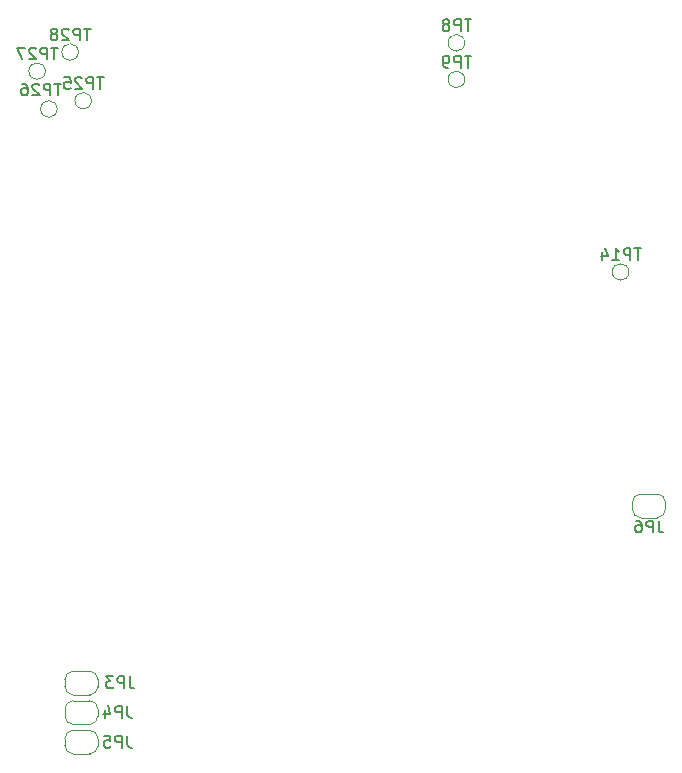
<source format=gbr>
%TF.GenerationSoftware,KiCad,Pcbnew,8.0.6*%
%TF.CreationDate,2025-01-23T19:41:03-07:00*%
%TF.ProjectId,UAM,55414d2e-6b69-4636-9164-5f7063625858,rev?*%
%TF.SameCoordinates,Original*%
%TF.FileFunction,Legend,Bot*%
%TF.FilePolarity,Positive*%
%FSLAX46Y46*%
G04 Gerber Fmt 4.6, Leading zero omitted, Abs format (unit mm)*
G04 Created by KiCad (PCBNEW 8.0.6) date 2025-01-23 19:41:03*
%MOMM*%
%LPD*%
G01*
G04 APERTURE LIST*
G04 Aperture macros list*
%AMHorizOval*
0 Thick line with rounded ends*
0 $1 width*
0 $2 $3 position (X,Y) of the first rounded end (center of the circle)*
0 $4 $5 position (X,Y) of the second rounded end (center of the circle)*
0 Add line between two ends*
20,1,$1,$2,$3,$4,$5,0*
0 Add two circle primitives to create the rounded ends*
1,1,$1,$2,$3*
1,1,$1,$4,$5*%
%AMFreePoly0*
4,1,19,0.000000,0.744911,0.071157,0.744911,0.207708,0.704816,0.327430,0.627875,0.420627,0.520320,0.479746,0.390866,0.500000,0.250000,0.500000,-0.250000,0.479746,-0.390866,0.420627,-0.520320,0.327430,-0.627875,0.207708,-0.704816,0.071157,-0.744911,0.000000,-0.744911,0.000000,-0.750000,-0.500000,-0.750000,-0.500000,0.750000,0.000000,0.750000,0.000000,0.744911,0.000000,0.744911,
$1*%
%AMFreePoly1*
4,1,19,0.500000,-0.750000,0.000000,-0.750000,0.000000,-0.744911,-0.071157,-0.744911,-0.207708,-0.704816,-0.327430,-0.627875,-0.420627,-0.520320,-0.479746,-0.390866,-0.500000,-0.250000,-0.500000,0.250000,-0.479746,0.390866,-0.420627,0.520320,-0.327430,0.627875,-0.207708,0.704816,-0.071157,0.744911,0.000000,0.744911,0.000000,0.750000,0.500000,0.750000,0.500000,-0.750000,0.500000,-0.750000,
$1*%
G04 Aperture macros list end*
%ADD10C,0.154000*%
%ADD11C,0.150000*%
%ADD12C,0.120000*%
%ADD13C,2.700000*%
%ADD14O,1.000000X1.000000*%
%ADD15R,1.000000X1.000000*%
%ADD16C,1.600000*%
%ADD17R,1.600000X1.600000*%
%ADD18C,2.000000*%
%ADD19R,2.000000X2.000000*%
%ADD20HorizOval,0.900000X-0.175000X-0.303109X0.175000X0.303109X0*%
%ADD21C,1.905000*%
%ADD22C,1.000000*%
%ADD23FreePoly0,180.000000*%
%ADD24FreePoly1,180.000000*%
%ADD25FreePoly0,0.000000*%
%ADD26FreePoly1,0.000000*%
G04 APERTURE END LIST*
D10*
X90586040Y-37892148D02*
X90014612Y-37892148D01*
X90300326Y-38908148D02*
X90300326Y-37892148D01*
X89681278Y-38908148D02*
X89681278Y-37892148D01*
X89681278Y-37892148D02*
X89300326Y-37892148D01*
X89300326Y-37892148D02*
X89205088Y-37940529D01*
X89205088Y-37940529D02*
X89157469Y-37988910D01*
X89157469Y-37988910D02*
X89109850Y-38085672D01*
X89109850Y-38085672D02*
X89109850Y-38230815D01*
X89109850Y-38230815D02*
X89157469Y-38327577D01*
X89157469Y-38327577D02*
X89205088Y-38375958D01*
X89205088Y-38375958D02*
X89300326Y-38424339D01*
X89300326Y-38424339D02*
X89681278Y-38424339D01*
X88538421Y-38327577D02*
X88633659Y-38279196D01*
X88633659Y-38279196D02*
X88681278Y-38230815D01*
X88681278Y-38230815D02*
X88728897Y-38134053D01*
X88728897Y-38134053D02*
X88728897Y-38085672D01*
X88728897Y-38085672D02*
X88681278Y-37988910D01*
X88681278Y-37988910D02*
X88633659Y-37940529D01*
X88633659Y-37940529D02*
X88538421Y-37892148D01*
X88538421Y-37892148D02*
X88347945Y-37892148D01*
X88347945Y-37892148D02*
X88252707Y-37940529D01*
X88252707Y-37940529D02*
X88205088Y-37988910D01*
X88205088Y-37988910D02*
X88157469Y-38085672D01*
X88157469Y-38085672D02*
X88157469Y-38134053D01*
X88157469Y-38134053D02*
X88205088Y-38230815D01*
X88205088Y-38230815D02*
X88252707Y-38279196D01*
X88252707Y-38279196D02*
X88347945Y-38327577D01*
X88347945Y-38327577D02*
X88538421Y-38327577D01*
X88538421Y-38327577D02*
X88633659Y-38375958D01*
X88633659Y-38375958D02*
X88681278Y-38424339D01*
X88681278Y-38424339D02*
X88728897Y-38521101D01*
X88728897Y-38521101D02*
X88728897Y-38714625D01*
X88728897Y-38714625D02*
X88681278Y-38811387D01*
X88681278Y-38811387D02*
X88633659Y-38859768D01*
X88633659Y-38859768D02*
X88538421Y-38908148D01*
X88538421Y-38908148D02*
X88347945Y-38908148D01*
X88347945Y-38908148D02*
X88252707Y-38859768D01*
X88252707Y-38859768D02*
X88205088Y-38811387D01*
X88205088Y-38811387D02*
X88157469Y-38714625D01*
X88157469Y-38714625D02*
X88157469Y-38521101D01*
X88157469Y-38521101D02*
X88205088Y-38424339D01*
X88205088Y-38424339D02*
X88252707Y-38375958D01*
X88252707Y-38375958D02*
X88347945Y-38327577D01*
X104962230Y-57292148D02*
X104390802Y-57292148D01*
X104676516Y-58308148D02*
X104676516Y-57292148D01*
X104057468Y-58308148D02*
X104057468Y-57292148D01*
X104057468Y-57292148D02*
X103676516Y-57292148D01*
X103676516Y-57292148D02*
X103581278Y-57340529D01*
X103581278Y-57340529D02*
X103533659Y-57388910D01*
X103533659Y-57388910D02*
X103486040Y-57485672D01*
X103486040Y-57485672D02*
X103486040Y-57630815D01*
X103486040Y-57630815D02*
X103533659Y-57727577D01*
X103533659Y-57727577D02*
X103581278Y-57775958D01*
X103581278Y-57775958D02*
X103676516Y-57824339D01*
X103676516Y-57824339D02*
X104057468Y-57824339D01*
X102533659Y-58308148D02*
X103105087Y-58308148D01*
X102819373Y-58308148D02*
X102819373Y-57292148D01*
X102819373Y-57292148D02*
X102914611Y-57437291D01*
X102914611Y-57437291D02*
X103009849Y-57534053D01*
X103009849Y-57534053D02*
X103105087Y-57582434D01*
X101676516Y-57630815D02*
X101676516Y-58308148D01*
X101914611Y-57243768D02*
X102152706Y-57969482D01*
X102152706Y-57969482D02*
X101533659Y-57969482D01*
D11*
X58352230Y-38680955D02*
X57780802Y-38680955D01*
X58066516Y-39680955D02*
X58066516Y-38680955D01*
X57447468Y-39680955D02*
X57447468Y-38680955D01*
X57447468Y-38680955D02*
X57066516Y-38680955D01*
X57066516Y-38680955D02*
X56971278Y-38728574D01*
X56971278Y-38728574D02*
X56923659Y-38776193D01*
X56923659Y-38776193D02*
X56876040Y-38871431D01*
X56876040Y-38871431D02*
X56876040Y-39014288D01*
X56876040Y-39014288D02*
X56923659Y-39109526D01*
X56923659Y-39109526D02*
X56971278Y-39157145D01*
X56971278Y-39157145D02*
X57066516Y-39204764D01*
X57066516Y-39204764D02*
X57447468Y-39204764D01*
X56495087Y-38776193D02*
X56447468Y-38728574D01*
X56447468Y-38728574D02*
X56352230Y-38680955D01*
X56352230Y-38680955D02*
X56114135Y-38680955D01*
X56114135Y-38680955D02*
X56018897Y-38728574D01*
X56018897Y-38728574D02*
X55971278Y-38776193D01*
X55971278Y-38776193D02*
X55923659Y-38871431D01*
X55923659Y-38871431D02*
X55923659Y-38966669D01*
X55923659Y-38966669D02*
X55971278Y-39109526D01*
X55971278Y-39109526D02*
X56542706Y-39680955D01*
X56542706Y-39680955D02*
X55923659Y-39680955D01*
X55352230Y-39109526D02*
X55447468Y-39061907D01*
X55447468Y-39061907D02*
X55495087Y-39014288D01*
X55495087Y-39014288D02*
X55542706Y-38919050D01*
X55542706Y-38919050D02*
X55542706Y-38871431D01*
X55542706Y-38871431D02*
X55495087Y-38776193D01*
X55495087Y-38776193D02*
X55447468Y-38728574D01*
X55447468Y-38728574D02*
X55352230Y-38680955D01*
X55352230Y-38680955D02*
X55161754Y-38680955D01*
X55161754Y-38680955D02*
X55066516Y-38728574D01*
X55066516Y-38728574D02*
X55018897Y-38776193D01*
X55018897Y-38776193D02*
X54971278Y-38871431D01*
X54971278Y-38871431D02*
X54971278Y-38919050D01*
X54971278Y-38919050D02*
X55018897Y-39014288D01*
X55018897Y-39014288D02*
X55066516Y-39061907D01*
X55066516Y-39061907D02*
X55161754Y-39109526D01*
X55161754Y-39109526D02*
X55352230Y-39109526D01*
X55352230Y-39109526D02*
X55447468Y-39157145D01*
X55447468Y-39157145D02*
X55495087Y-39204764D01*
X55495087Y-39204764D02*
X55542706Y-39300002D01*
X55542706Y-39300002D02*
X55542706Y-39490478D01*
X55542706Y-39490478D02*
X55495087Y-39585716D01*
X55495087Y-39585716D02*
X55447468Y-39633336D01*
X55447468Y-39633336D02*
X55352230Y-39680955D01*
X55352230Y-39680955D02*
X55161754Y-39680955D01*
X55161754Y-39680955D02*
X55066516Y-39633336D01*
X55066516Y-39633336D02*
X55018897Y-39585716D01*
X55018897Y-39585716D02*
X54971278Y-39490478D01*
X54971278Y-39490478D02*
X54971278Y-39300002D01*
X54971278Y-39300002D02*
X55018897Y-39204764D01*
X55018897Y-39204764D02*
X55066516Y-39157145D01*
X55066516Y-39157145D02*
X55161754Y-39109526D01*
D10*
X61657469Y-93540148D02*
X61657469Y-94265863D01*
X61657469Y-94265863D02*
X61705088Y-94411006D01*
X61705088Y-94411006D02*
X61800326Y-94507768D01*
X61800326Y-94507768D02*
X61943183Y-94556148D01*
X61943183Y-94556148D02*
X62038421Y-94556148D01*
X61181278Y-94556148D02*
X61181278Y-93540148D01*
X61181278Y-93540148D02*
X60800326Y-93540148D01*
X60800326Y-93540148D02*
X60705088Y-93588529D01*
X60705088Y-93588529D02*
X60657469Y-93636910D01*
X60657469Y-93636910D02*
X60609850Y-93733672D01*
X60609850Y-93733672D02*
X60609850Y-93878815D01*
X60609850Y-93878815D02*
X60657469Y-93975577D01*
X60657469Y-93975577D02*
X60705088Y-94023958D01*
X60705088Y-94023958D02*
X60800326Y-94072339D01*
X60800326Y-94072339D02*
X61181278Y-94072339D01*
X60276516Y-93540148D02*
X59657469Y-93540148D01*
X59657469Y-93540148D02*
X59990802Y-93927196D01*
X59990802Y-93927196D02*
X59847945Y-93927196D01*
X59847945Y-93927196D02*
X59752707Y-93975577D01*
X59752707Y-93975577D02*
X59705088Y-94023958D01*
X59705088Y-94023958D02*
X59657469Y-94120720D01*
X59657469Y-94120720D02*
X59657469Y-94362625D01*
X59657469Y-94362625D02*
X59705088Y-94459387D01*
X59705088Y-94459387D02*
X59752707Y-94507768D01*
X59752707Y-94507768D02*
X59847945Y-94556148D01*
X59847945Y-94556148D02*
X60133659Y-94556148D01*
X60133659Y-94556148D02*
X60228897Y-94507768D01*
X60228897Y-94507768D02*
X60276516Y-94459387D01*
X61457469Y-96040148D02*
X61457469Y-96765863D01*
X61457469Y-96765863D02*
X61505088Y-96911006D01*
X61505088Y-96911006D02*
X61600326Y-97007768D01*
X61600326Y-97007768D02*
X61743183Y-97056148D01*
X61743183Y-97056148D02*
X61838421Y-97056148D01*
X60981278Y-97056148D02*
X60981278Y-96040148D01*
X60981278Y-96040148D02*
X60600326Y-96040148D01*
X60600326Y-96040148D02*
X60505088Y-96088529D01*
X60505088Y-96088529D02*
X60457469Y-96136910D01*
X60457469Y-96136910D02*
X60409850Y-96233672D01*
X60409850Y-96233672D02*
X60409850Y-96378815D01*
X60409850Y-96378815D02*
X60457469Y-96475577D01*
X60457469Y-96475577D02*
X60505088Y-96523958D01*
X60505088Y-96523958D02*
X60600326Y-96572339D01*
X60600326Y-96572339D02*
X60981278Y-96572339D01*
X59552707Y-96378815D02*
X59552707Y-97056148D01*
X59790802Y-95991768D02*
X60028897Y-96717482D01*
X60028897Y-96717482D02*
X59409850Y-96717482D01*
X61457469Y-98540148D02*
X61457469Y-99265863D01*
X61457469Y-99265863D02*
X61505088Y-99411006D01*
X61505088Y-99411006D02*
X61600326Y-99507768D01*
X61600326Y-99507768D02*
X61743183Y-99556148D01*
X61743183Y-99556148D02*
X61838421Y-99556148D01*
X60981278Y-99556148D02*
X60981278Y-98540148D01*
X60981278Y-98540148D02*
X60600326Y-98540148D01*
X60600326Y-98540148D02*
X60505088Y-98588529D01*
X60505088Y-98588529D02*
X60457469Y-98636910D01*
X60457469Y-98636910D02*
X60409850Y-98733672D01*
X60409850Y-98733672D02*
X60409850Y-98878815D01*
X60409850Y-98878815D02*
X60457469Y-98975577D01*
X60457469Y-98975577D02*
X60505088Y-99023958D01*
X60505088Y-99023958D02*
X60600326Y-99072339D01*
X60600326Y-99072339D02*
X60981278Y-99072339D01*
X59505088Y-98540148D02*
X59981278Y-98540148D01*
X59981278Y-98540148D02*
X60028897Y-99023958D01*
X60028897Y-99023958D02*
X59981278Y-98975577D01*
X59981278Y-98975577D02*
X59886040Y-98927196D01*
X59886040Y-98927196D02*
X59647945Y-98927196D01*
X59647945Y-98927196D02*
X59552707Y-98975577D01*
X59552707Y-98975577D02*
X59505088Y-99023958D01*
X59505088Y-99023958D02*
X59457469Y-99120720D01*
X59457469Y-99120720D02*
X59457469Y-99362625D01*
X59457469Y-99362625D02*
X59505088Y-99459387D01*
X59505088Y-99459387D02*
X59552707Y-99507768D01*
X59552707Y-99507768D02*
X59647945Y-99556148D01*
X59647945Y-99556148D02*
X59886040Y-99556148D01*
X59886040Y-99556148D02*
X59981278Y-99507768D01*
X59981278Y-99507768D02*
X60028897Y-99459387D01*
D11*
X55562230Y-40300955D02*
X54990802Y-40300955D01*
X55276516Y-41300955D02*
X55276516Y-40300955D01*
X54657468Y-41300955D02*
X54657468Y-40300955D01*
X54657468Y-40300955D02*
X54276516Y-40300955D01*
X54276516Y-40300955D02*
X54181278Y-40348574D01*
X54181278Y-40348574D02*
X54133659Y-40396193D01*
X54133659Y-40396193D02*
X54086040Y-40491431D01*
X54086040Y-40491431D02*
X54086040Y-40634288D01*
X54086040Y-40634288D02*
X54133659Y-40729526D01*
X54133659Y-40729526D02*
X54181278Y-40777145D01*
X54181278Y-40777145D02*
X54276516Y-40824764D01*
X54276516Y-40824764D02*
X54657468Y-40824764D01*
X53705087Y-40396193D02*
X53657468Y-40348574D01*
X53657468Y-40348574D02*
X53562230Y-40300955D01*
X53562230Y-40300955D02*
X53324135Y-40300955D01*
X53324135Y-40300955D02*
X53228897Y-40348574D01*
X53228897Y-40348574D02*
X53181278Y-40396193D01*
X53181278Y-40396193D02*
X53133659Y-40491431D01*
X53133659Y-40491431D02*
X53133659Y-40586669D01*
X53133659Y-40586669D02*
X53181278Y-40729526D01*
X53181278Y-40729526D02*
X53752706Y-41300955D01*
X53752706Y-41300955D02*
X53133659Y-41300955D01*
X52800325Y-40300955D02*
X52133659Y-40300955D01*
X52133659Y-40300955D02*
X52562230Y-41300955D01*
D10*
X106457469Y-80348747D02*
X106457469Y-81063032D01*
X106457469Y-81063032D02*
X106505088Y-81205889D01*
X106505088Y-81205889D02*
X106600326Y-81301128D01*
X106600326Y-81301128D02*
X106743183Y-81348747D01*
X106743183Y-81348747D02*
X106838421Y-81348747D01*
X105981278Y-81348747D02*
X105981278Y-80348747D01*
X105981278Y-80348747D02*
X105600326Y-80348747D01*
X105600326Y-80348747D02*
X105505088Y-80396366D01*
X105505088Y-80396366D02*
X105457469Y-80443985D01*
X105457469Y-80443985D02*
X105409850Y-80539223D01*
X105409850Y-80539223D02*
X105409850Y-80682080D01*
X105409850Y-80682080D02*
X105457469Y-80777318D01*
X105457469Y-80777318D02*
X105505088Y-80824937D01*
X105505088Y-80824937D02*
X105600326Y-80872556D01*
X105600326Y-80872556D02*
X105981278Y-80872556D01*
X104552707Y-80348747D02*
X104743183Y-80348747D01*
X104743183Y-80348747D02*
X104838421Y-80396366D01*
X104838421Y-80396366D02*
X104886040Y-80443985D01*
X104886040Y-80443985D02*
X104981278Y-80586842D01*
X104981278Y-80586842D02*
X105028897Y-80777318D01*
X105028897Y-80777318D02*
X105028897Y-81158270D01*
X105028897Y-81158270D02*
X104981278Y-81253508D01*
X104981278Y-81253508D02*
X104933659Y-81301128D01*
X104933659Y-81301128D02*
X104838421Y-81348747D01*
X104838421Y-81348747D02*
X104647945Y-81348747D01*
X104647945Y-81348747D02*
X104552707Y-81301128D01*
X104552707Y-81301128D02*
X104505088Y-81253508D01*
X104505088Y-81253508D02*
X104457469Y-81158270D01*
X104457469Y-81158270D02*
X104457469Y-80920175D01*
X104457469Y-80920175D02*
X104505088Y-80824937D01*
X104505088Y-80824937D02*
X104552707Y-80777318D01*
X104552707Y-80777318D02*
X104647945Y-80729699D01*
X104647945Y-80729699D02*
X104838421Y-80729699D01*
X104838421Y-80729699D02*
X104933659Y-80777318D01*
X104933659Y-80777318D02*
X104981278Y-80824937D01*
X104981278Y-80824937D02*
X105028897Y-80920175D01*
X90586040Y-40992148D02*
X90014612Y-40992148D01*
X90300326Y-42008148D02*
X90300326Y-40992148D01*
X89681278Y-42008148D02*
X89681278Y-40992148D01*
X89681278Y-40992148D02*
X89300326Y-40992148D01*
X89300326Y-40992148D02*
X89205088Y-41040529D01*
X89205088Y-41040529D02*
X89157469Y-41088910D01*
X89157469Y-41088910D02*
X89109850Y-41185672D01*
X89109850Y-41185672D02*
X89109850Y-41330815D01*
X89109850Y-41330815D02*
X89157469Y-41427577D01*
X89157469Y-41427577D02*
X89205088Y-41475958D01*
X89205088Y-41475958D02*
X89300326Y-41524339D01*
X89300326Y-41524339D02*
X89681278Y-41524339D01*
X88633659Y-42008148D02*
X88443183Y-42008148D01*
X88443183Y-42008148D02*
X88347945Y-41959768D01*
X88347945Y-41959768D02*
X88300326Y-41911387D01*
X88300326Y-41911387D02*
X88205088Y-41766244D01*
X88205088Y-41766244D02*
X88157469Y-41572720D01*
X88157469Y-41572720D02*
X88157469Y-41185672D01*
X88157469Y-41185672D02*
X88205088Y-41088910D01*
X88205088Y-41088910D02*
X88252707Y-41040529D01*
X88252707Y-41040529D02*
X88347945Y-40992148D01*
X88347945Y-40992148D02*
X88538421Y-40992148D01*
X88538421Y-40992148D02*
X88633659Y-41040529D01*
X88633659Y-41040529D02*
X88681278Y-41088910D01*
X88681278Y-41088910D02*
X88728897Y-41185672D01*
X88728897Y-41185672D02*
X88728897Y-41427577D01*
X88728897Y-41427577D02*
X88681278Y-41524339D01*
X88681278Y-41524339D02*
X88633659Y-41572720D01*
X88633659Y-41572720D02*
X88538421Y-41621101D01*
X88538421Y-41621101D02*
X88347945Y-41621101D01*
X88347945Y-41621101D02*
X88252707Y-41572720D01*
X88252707Y-41572720D02*
X88205088Y-41524339D01*
X88205088Y-41524339D02*
X88157469Y-41427577D01*
D11*
X55862230Y-43348955D02*
X55290802Y-43348955D01*
X55576516Y-44348955D02*
X55576516Y-43348955D01*
X54957468Y-44348955D02*
X54957468Y-43348955D01*
X54957468Y-43348955D02*
X54576516Y-43348955D01*
X54576516Y-43348955D02*
X54481278Y-43396574D01*
X54481278Y-43396574D02*
X54433659Y-43444193D01*
X54433659Y-43444193D02*
X54386040Y-43539431D01*
X54386040Y-43539431D02*
X54386040Y-43682288D01*
X54386040Y-43682288D02*
X54433659Y-43777526D01*
X54433659Y-43777526D02*
X54481278Y-43825145D01*
X54481278Y-43825145D02*
X54576516Y-43872764D01*
X54576516Y-43872764D02*
X54957468Y-43872764D01*
X54005087Y-43444193D02*
X53957468Y-43396574D01*
X53957468Y-43396574D02*
X53862230Y-43348955D01*
X53862230Y-43348955D02*
X53624135Y-43348955D01*
X53624135Y-43348955D02*
X53528897Y-43396574D01*
X53528897Y-43396574D02*
X53481278Y-43444193D01*
X53481278Y-43444193D02*
X53433659Y-43539431D01*
X53433659Y-43539431D02*
X53433659Y-43634669D01*
X53433659Y-43634669D02*
X53481278Y-43777526D01*
X53481278Y-43777526D02*
X54052706Y-44348955D01*
X54052706Y-44348955D02*
X53433659Y-44348955D01*
X52576516Y-43348955D02*
X52766992Y-43348955D01*
X52766992Y-43348955D02*
X52862230Y-43396574D01*
X52862230Y-43396574D02*
X52909849Y-43444193D01*
X52909849Y-43444193D02*
X53005087Y-43587050D01*
X53005087Y-43587050D02*
X53052706Y-43777526D01*
X53052706Y-43777526D02*
X53052706Y-44158478D01*
X53052706Y-44158478D02*
X53005087Y-44253716D01*
X53005087Y-44253716D02*
X52957468Y-44301336D01*
X52957468Y-44301336D02*
X52862230Y-44348955D01*
X52862230Y-44348955D02*
X52671754Y-44348955D01*
X52671754Y-44348955D02*
X52576516Y-44301336D01*
X52576516Y-44301336D02*
X52528897Y-44253716D01*
X52528897Y-44253716D02*
X52481278Y-44158478D01*
X52481278Y-44158478D02*
X52481278Y-43920383D01*
X52481278Y-43920383D02*
X52528897Y-43825145D01*
X52528897Y-43825145D02*
X52576516Y-43777526D01*
X52576516Y-43777526D02*
X52671754Y-43729907D01*
X52671754Y-43729907D02*
X52862230Y-43729907D01*
X52862230Y-43729907D02*
X52957468Y-43777526D01*
X52957468Y-43777526D02*
X53005087Y-43825145D01*
X53005087Y-43825145D02*
X53052706Y-43920383D01*
X59462230Y-42800955D02*
X58890802Y-42800955D01*
X59176516Y-43800955D02*
X59176516Y-42800955D01*
X58557468Y-43800955D02*
X58557468Y-42800955D01*
X58557468Y-42800955D02*
X58176516Y-42800955D01*
X58176516Y-42800955D02*
X58081278Y-42848574D01*
X58081278Y-42848574D02*
X58033659Y-42896193D01*
X58033659Y-42896193D02*
X57986040Y-42991431D01*
X57986040Y-42991431D02*
X57986040Y-43134288D01*
X57986040Y-43134288D02*
X58033659Y-43229526D01*
X58033659Y-43229526D02*
X58081278Y-43277145D01*
X58081278Y-43277145D02*
X58176516Y-43324764D01*
X58176516Y-43324764D02*
X58557468Y-43324764D01*
X57605087Y-42896193D02*
X57557468Y-42848574D01*
X57557468Y-42848574D02*
X57462230Y-42800955D01*
X57462230Y-42800955D02*
X57224135Y-42800955D01*
X57224135Y-42800955D02*
X57128897Y-42848574D01*
X57128897Y-42848574D02*
X57081278Y-42896193D01*
X57081278Y-42896193D02*
X57033659Y-42991431D01*
X57033659Y-42991431D02*
X57033659Y-43086669D01*
X57033659Y-43086669D02*
X57081278Y-43229526D01*
X57081278Y-43229526D02*
X57652706Y-43800955D01*
X57652706Y-43800955D02*
X57033659Y-43800955D01*
X56128897Y-42800955D02*
X56605087Y-42800955D01*
X56605087Y-42800955D02*
X56652706Y-43277145D01*
X56652706Y-43277145D02*
X56605087Y-43229526D01*
X56605087Y-43229526D02*
X56509849Y-43181907D01*
X56509849Y-43181907D02*
X56271754Y-43181907D01*
X56271754Y-43181907D02*
X56176516Y-43229526D01*
X56176516Y-43229526D02*
X56128897Y-43277145D01*
X56128897Y-43277145D02*
X56081278Y-43372383D01*
X56081278Y-43372383D02*
X56081278Y-43610478D01*
X56081278Y-43610478D02*
X56128897Y-43705716D01*
X56128897Y-43705716D02*
X56176516Y-43753336D01*
X56176516Y-43753336D02*
X56271754Y-43800955D01*
X56271754Y-43800955D02*
X56509849Y-43800955D01*
X56509849Y-43800955D02*
X56605087Y-43753336D01*
X56605087Y-43753336D02*
X56652706Y-43705716D01*
D12*
%TO.C,TP8*%
X90024136Y-39894136D02*
G75*
G02*
X88624136Y-39894136I-700000J0D01*
G01*
X88624136Y-39894136D02*
G75*
G02*
X90024136Y-39894136I700000J0D01*
G01*
%TO.C,TP14*%
X103924136Y-59294136D02*
G75*
G02*
X102524136Y-59294136I-700000J0D01*
G01*
X102524136Y-59294136D02*
G75*
G02*
X103924136Y-59294136I700000J0D01*
G01*
%TO.C,TP28*%
X57314136Y-40674136D02*
G75*
G02*
X55914136Y-40674136I-700000J0D01*
G01*
X55914136Y-40674136D02*
G75*
G02*
X57314136Y-40674136I700000J0D01*
G01*
%TO.C,JP3*%
X58974136Y-94394136D02*
G75*
G02*
X58274136Y-95094136I-699999J-1D01*
G01*
X58274136Y-93094136D02*
G75*
G02*
X58974136Y-93794136I1J-699999D01*
G01*
X56874136Y-95094136D02*
G75*
G02*
X56174136Y-94394136I0J700000D01*
G01*
X56174136Y-93794136D02*
G75*
G02*
X56874136Y-93094136I700000J0D01*
G01*
X58974136Y-93794136D02*
X58974136Y-94394136D01*
X58274136Y-95094136D02*
X56874136Y-95094136D01*
X56874136Y-93094136D02*
X58274136Y-93094136D01*
X56174136Y-94394136D02*
X56174136Y-93794136D01*
%TO.C,JP4*%
X58974136Y-96894136D02*
G75*
G02*
X58274136Y-97594136I-699999J-1D01*
G01*
X58274136Y-95594136D02*
G75*
G02*
X58974136Y-96294136I1J-699999D01*
G01*
X56874136Y-97594136D02*
G75*
G02*
X56174136Y-96894136I0J700000D01*
G01*
X56174136Y-96294136D02*
G75*
G02*
X56874136Y-95594136I700000J0D01*
G01*
X58974136Y-96294136D02*
X58974136Y-96894136D01*
X58274136Y-97594136D02*
X56874136Y-97594136D01*
X56874136Y-95594136D02*
X58274136Y-95594136D01*
X56174136Y-96894136D02*
X56174136Y-96294136D01*
%TO.C,JP5*%
X58974136Y-99394136D02*
G75*
G02*
X58274136Y-100094136I-699999J-1D01*
G01*
X58274136Y-98094136D02*
G75*
G02*
X58974136Y-98794136I1J-699999D01*
G01*
X56874136Y-100094136D02*
G75*
G02*
X56174136Y-99394136I0J700000D01*
G01*
X56174136Y-98794136D02*
G75*
G02*
X56874136Y-98094136I700000J0D01*
G01*
X58974136Y-98794136D02*
X58974136Y-99394136D01*
X58274136Y-100094136D02*
X56874136Y-100094136D01*
X56874136Y-98094136D02*
X58274136Y-98094136D01*
X56174136Y-99394136D02*
X56174136Y-98794136D01*
%TO.C,TP27*%
X54524136Y-42294136D02*
G75*
G02*
X53124136Y-42294136I-700000J0D01*
G01*
X53124136Y-42294136D02*
G75*
G02*
X54524136Y-42294136I700000J0D01*
G01*
%TO.C,JP6*%
X107024136Y-79394136D02*
G75*
G02*
X106324136Y-80094136I-700000J0D01*
G01*
X106324136Y-78094136D02*
G75*
G02*
X107024136Y-78794136I0J-700000D01*
G01*
X104924136Y-80094136D02*
G75*
G02*
X104224136Y-79394136I-1J699999D01*
G01*
X104224136Y-78794136D02*
G75*
G02*
X104924136Y-78094136I699999J1D01*
G01*
X107024136Y-78794136D02*
X107024136Y-79394136D01*
X106324136Y-80094136D02*
X104924136Y-80094136D01*
X104924136Y-78094136D02*
X106324136Y-78094136D01*
X104224136Y-79394136D02*
X104224136Y-78794136D01*
%TO.C,TP9*%
X90024136Y-42994136D02*
G75*
G02*
X88624136Y-42994136I-700000J0D01*
G01*
X88624136Y-42994136D02*
G75*
G02*
X90024136Y-42994136I700000J0D01*
G01*
%TO.C,TP26*%
X55524136Y-45494136D02*
G75*
G02*
X54124136Y-45494136I-700000J0D01*
G01*
X54124136Y-45494136D02*
G75*
G02*
X55524136Y-45494136I700000J0D01*
G01*
%TO.C,TP25*%
X58424136Y-44794136D02*
G75*
G02*
X57024136Y-44794136I-700000J0D01*
G01*
X57024136Y-44794136D02*
G75*
G02*
X58424136Y-44794136I700000J0D01*
G01*
%TD*%
%LPC*%
D13*
%TO.C,H3*%
X98624136Y-31394136D03*
%TD*%
D14*
%TO.C,J2*%
X71321636Y-18564136D03*
X71321636Y-17294136D03*
X72591636Y-18564136D03*
X72591636Y-17294136D03*
X73861636Y-18564136D03*
X73861636Y-17294136D03*
X75131636Y-18564136D03*
X75131636Y-17294136D03*
X76401636Y-18564136D03*
D15*
X76401636Y-17294136D03*
%TD*%
D16*
%TO.C,C57*%
X42724136Y-68511757D03*
D17*
X42724136Y-66011757D03*
%TD*%
D13*
%TO.C,H1*%
X59624136Y-55994136D03*
%TD*%
D18*
%TO.C,C86*%
X33924136Y-79194136D03*
D19*
X33924136Y-84194136D03*
%TD*%
D18*
%TO.C,J3*%
X30411636Y-47929136D03*
D19*
X30411636Y-50469136D03*
%TD*%
D18*
%TO.C,C78*%
X60156459Y-89894136D03*
D19*
X55156459Y-89894136D03*
%TD*%
D20*
%TO.C,J1*%
X90027022Y-19644136D03*
X95742790Y-22944136D03*
%TD*%
D18*
%TO.C,J4*%
X71764136Y-104294136D03*
X69224136Y-104294136D03*
D19*
X66684136Y-104294136D03*
%TD*%
D13*
%TO.C,H2*%
X85524136Y-87894136D03*
%TD*%
D21*
%TO.C,J5*%
X86384136Y-50454136D03*
X86384136Y-52994136D03*
X86384136Y-55534136D03*
X78764136Y-60614136D03*
X76224136Y-60614136D03*
X73684136Y-60614136D03*
X66064136Y-55534136D03*
X66064136Y-52994136D03*
X66064136Y-50454136D03*
%TD*%
D22*
%TO.C,TP8*%
X89324136Y-39894136D03*
%TD*%
%TO.C,TP14*%
X103224136Y-59294136D03*
%TD*%
%TO.C,TP28*%
X56614136Y-40674136D03*
%TD*%
D23*
%TO.C,JP3*%
X56924136Y-94094136D03*
D24*
X58224136Y-94094136D03*
%TD*%
D23*
%TO.C,JP4*%
X56924136Y-96594136D03*
D24*
X58224136Y-96594136D03*
%TD*%
D23*
%TO.C,JP5*%
X56924136Y-99094136D03*
D24*
X58224136Y-99094136D03*
%TD*%
D22*
%TO.C,TP27*%
X53824136Y-42294136D03*
%TD*%
D25*
%TO.C,JP6*%
X106274136Y-79094136D03*
D26*
X104974136Y-79094136D03*
%TD*%
D22*
%TO.C,TP9*%
X89324136Y-42994136D03*
%TD*%
%TO.C,TP26*%
X54824136Y-45494136D03*
%TD*%
%TO.C,TP25*%
X57724136Y-44794136D03*
%TD*%
%LPD*%
M02*

</source>
